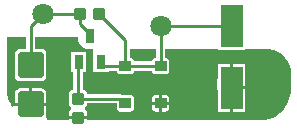
<source format=gbr>
G04*
G04 #@! TF.GenerationSoftware,Altium Limited,Altium Designer,25.8.1 (18)*
G04*
G04 Layer_Physical_Order=1*
G04 Layer_Color=255*
%FSLAX25Y25*%
%MOIN*%
G70*
G04*
G04 #@! TF.SameCoordinates,B1D4E9D2-DA07-4CAB-BB94-732616643687*
G04*
G04*
G04 #@! TF.FilePolarity,Positive*
G04*
G01*
G75*
%ADD14C,0.01000*%
%ADD15R,0.03150X0.04724*%
G04:AMPARAMS|DCode=16|XSize=37.4mil|YSize=35.43mil|CornerRadius=2.66mil|HoleSize=0mil|Usage=FLASHONLY|Rotation=0.000|XOffset=0mil|YOffset=0mil|HoleType=Round|Shape=RoundedRectangle|*
%AMROUNDEDRECTD16*
21,1,0.03740,0.03012,0,0,0.0*
21,1,0.03209,0.03543,0,0,0.0*
1,1,0.00532,0.01604,-0.01506*
1,1,0.00532,-0.01604,-0.01506*
1,1,0.00532,-0.01604,0.01506*
1,1,0.00532,0.01604,0.01506*
%
%ADD16ROUNDEDRECTD16*%
G04:AMPARAMS|DCode=17|XSize=39.37mil|YSize=37.4mil|CornerRadius=4.68mil|HoleSize=0mil|Usage=FLASHONLY|Rotation=90.000|XOffset=0mil|YOffset=0mil|HoleType=Round|Shape=RoundedRectangle|*
%AMROUNDEDRECTD17*
21,1,0.03937,0.02805,0,0,90.0*
21,1,0.03002,0.03740,0,0,90.0*
1,1,0.00935,0.01403,0.01501*
1,1,0.00935,0.01403,-0.01501*
1,1,0.00935,-0.01403,-0.01501*
1,1,0.00935,-0.01403,0.01501*
%
%ADD17ROUNDEDRECTD17*%
%ADD18R,0.07284X0.13976*%
G04:AMPARAMS|DCode=19|XSize=87.4mil|YSize=83.86mil|CornerRadius=6.29mil|HoleSize=0mil|Usage=FLASHONLY|Rotation=90.000|XOffset=0mil|YOffset=0mil|HoleType=Round|Shape=RoundedRectangle|*
%AMROUNDEDRECTD19*
21,1,0.08740,0.07128,0,0,90.0*
21,1,0.07482,0.08386,0,0,90.0*
1,1,0.01258,0.03564,0.03741*
1,1,0.01258,0.03564,-0.03741*
1,1,0.01258,-0.03564,-0.03741*
1,1,0.01258,-0.03564,0.03741*
%
%ADD19ROUNDEDRECTD19*%
G04:AMPARAMS|DCode=20|XSize=39.37mil|YSize=37.4mil|CornerRadius=4.68mil|HoleSize=0mil|Usage=FLASHONLY|Rotation=180.000|XOffset=0mil|YOffset=0mil|HoleType=Round|Shape=RoundedRectangle|*
%AMROUNDEDRECTD20*
21,1,0.03937,0.02805,0,0,180.0*
21,1,0.03002,0.03740,0,0,180.0*
1,1,0.00935,-0.01501,0.01403*
1,1,0.00935,0.01501,0.01403*
1,1,0.00935,0.01501,-0.01403*
1,1,0.00935,-0.01501,-0.01403*
%
%ADD20ROUNDEDRECTD20*%
%ADD28C,0.07087*%
G36*
X293746Y371202D02*
X293671D01*
X293177Y371104D01*
X292759Y370824D01*
X292479Y370405D01*
X292385Y369935D01*
X286355D01*
X286261Y370405D01*
X285981Y370824D01*
X285563Y371104D01*
X285069Y371202D01*
X284994D01*
Y374016D01*
X293746D01*
Y371202D01*
D02*
G37*
G36*
X267736Y377567D02*
X267886Y376810D01*
X268181Y376097D01*
X268610Y375455D01*
X269079Y374987D01*
Y374984D01*
X269081D01*
X269156Y374909D01*
X269798Y374481D01*
X270511Y374185D01*
X271268Y374035D01*
X271654Y374016D01*
X272743D01*
X272819Y373047D01*
X272819D01*
Y366323D01*
X277969D01*
Y366876D01*
X280574D01*
X280668Y366406D01*
X280948Y365987D01*
X281366Y365707D01*
X281860Y365609D01*
X285069D01*
X285563Y365707D01*
X285981Y365987D01*
X286261Y366406D01*
X286355Y366876D01*
X292385D01*
X292479Y366406D01*
X292759Y365987D01*
X293177Y365707D01*
X293671Y365609D01*
X296880D01*
X297374Y365707D01*
X297793Y365987D01*
X298072Y366406D01*
X298170Y366900D01*
Y369911D01*
X298072Y370405D01*
X297793Y370824D01*
X297374Y371104D01*
X296880Y371202D01*
X296805D01*
Y374016D01*
X314256D01*
Y373902D01*
X323539D01*
Y374016D01*
X331484D01*
X333005Y373713D01*
X334438Y373120D01*
X335728Y372258D01*
X336825Y371161D01*
X337686Y369871D01*
X338280Y368439D01*
X338583Y366917D01*
Y366142D01*
Y359409D01*
X338198Y357477D01*
X337445Y355657D01*
X336350Y354019D01*
X334957Y352626D01*
X333319Y351532D01*
X331500Y350778D01*
X329568Y350394D01*
X270714D01*
Y350681D01*
X267717D01*
X264719D01*
Y350394D01*
X257722D01*
X257452Y350732D01*
X257103Y351394D01*
X257193Y351849D01*
Y355091D01*
X251969D01*
X246398D01*
X245744Y354892D01*
X245233Y355657D01*
X244479Y357477D01*
X244094Y359409D01*
Y360394D01*
Y377953D01*
X250439D01*
Y374221D01*
X248405D01*
X247769Y374095D01*
X247230Y373734D01*
X246870Y373196D01*
X246744Y372560D01*
Y365078D01*
X246870Y364442D01*
X247230Y363903D01*
X247769Y363543D01*
X248405Y363417D01*
X255533D01*
X256168Y363543D01*
X256707Y363903D01*
X257067Y364442D01*
X257193Y365078D01*
Y372560D01*
X257067Y373196D01*
X256707Y373734D01*
X256168Y374095D01*
X255533Y374221D01*
X253498D01*
Y377953D01*
X267717D01*
X267736Y377567D01*
D02*
G37*
%LPC*%
G36*
X323539Y369209D02*
X319398D01*
Y361720D01*
X323539D01*
Y369209D01*
D02*
G37*
G36*
X296880Y358800D02*
X295776D01*
Y356504D01*
X298170D01*
Y357510D01*
X298072Y358004D01*
X297793Y358422D01*
X297374Y358702D01*
X296880Y358800D01*
D02*
G37*
G36*
X294776D02*
X293671D01*
X293177Y358702D01*
X292759Y358422D01*
X292479Y358004D01*
X292381Y357510D01*
Y356504D01*
X294776D01*
Y358800D01*
D02*
G37*
G36*
X255533Y360993D02*
X252468D01*
Y356091D01*
X257193D01*
Y359332D01*
X257067Y359967D01*
X256707Y360506D01*
X256168Y360866D01*
X255533Y360993D01*
D02*
G37*
G36*
X251468D02*
X248405D01*
X247769Y360866D01*
X247230Y360506D01*
X246870Y359967D01*
X246744Y359332D01*
Y356091D01*
X251468D01*
Y360993D01*
D02*
G37*
G36*
X323539Y360720D02*
X319398D01*
Y353232D01*
X323539D01*
Y360720D01*
D02*
G37*
G36*
X318398Y369209D02*
X314256D01*
Y364262D01*
X314219Y364075D01*
Y360728D01*
X314256Y360541D01*
Y353232D01*
X318398D01*
Y361221D01*
Y369209D01*
D02*
G37*
G36*
X298170Y355504D02*
X295776D01*
Y353207D01*
X296880D01*
X297374Y353306D01*
X297793Y353586D01*
X298072Y354004D01*
X298170Y354498D01*
Y355504D01*
D02*
G37*
G36*
X294776D02*
X292381D01*
Y354498D01*
X292479Y354004D01*
X292759Y353586D01*
X293177Y353306D01*
X293671Y353207D01*
X294776D01*
Y355504D01*
D02*
G37*
G36*
X270488Y373047D02*
X265339D01*
Y366323D01*
X266187D01*
Y360373D01*
X265643Y360265D01*
X265158Y359941D01*
X264833Y359455D01*
X264719Y358883D01*
Y356078D01*
X264833Y355505D01*
X265158Y355020D01*
X265357Y354886D01*
X265398Y354756D01*
Y353906D01*
X265357Y353775D01*
X265158Y353642D01*
X264833Y353156D01*
X264719Y352584D01*
Y351681D01*
X267717D01*
X270714D01*
Y352584D01*
X270600Y353156D01*
X270275Y353642D01*
X270076Y353775D01*
X270035Y353906D01*
Y354756D01*
X270076Y354886D01*
X270275Y355020D01*
X270600Y355505D01*
X270689Y355951D01*
X280570D01*
Y354498D01*
X280668Y354004D01*
X280948Y353586D01*
X281366Y353306D01*
X281860Y353207D01*
X285069D01*
X285563Y353306D01*
X285981Y353586D01*
X286261Y354004D01*
X286360Y354498D01*
Y357510D01*
X286261Y358004D01*
X285981Y358422D01*
X285563Y358702D01*
X285069Y358800D01*
X282614D01*
X282475Y358893D01*
X281890Y359010D01*
X270689D01*
X270600Y359455D01*
X270275Y359941D01*
X269790Y360265D01*
X269246Y360373D01*
Y366323D01*
X270488D01*
Y373047D01*
D02*
G37*
%LPD*%
D14*
X295276Y381890D02*
X318898D01*
X295276Y368406D02*
Y381890D01*
X276468Y368406D02*
X283465D01*
X275394Y369480D02*
X276468Y368406D01*
X275394Y369480D02*
Y369685D01*
X283465Y368406D02*
X295276D01*
X274803Y385728D02*
Y385827D01*
Y385728D02*
X283465Y377067D01*
Y368406D02*
Y377067D01*
X283366Y356004D02*
X283465D01*
X281890Y357480D02*
X283366Y356004D01*
X267717Y357480D02*
X281890D01*
X267717D02*
Y369488D01*
X267913Y369685D01*
X271654Y378346D02*
Y379134D01*
X268504Y382283D02*
X271654Y379134D01*
X268504Y382283D02*
Y385827D01*
X255906D02*
X268504D01*
X251969Y368819D02*
Y381890D01*
X255906Y385827D01*
X315748Y360728D02*
Y364075D01*
X251969Y355591D02*
X254409Y353150D01*
D15*
X275394Y369685D02*
D03*
X271654Y378346D02*
D03*
X267913Y369685D02*
D03*
D16*
X283465Y368406D02*
D03*
X295276D02*
D03*
Y356004D02*
D03*
X283465D02*
D03*
D17*
X274803Y385827D02*
D03*
X268504D02*
D03*
D18*
X318898Y381890D02*
D03*
Y361221D02*
D03*
D19*
X251969Y355591D02*
D03*
Y368819D02*
D03*
D20*
X267717Y357480D02*
D03*
Y351181D02*
D03*
D28*
X295276Y381890D02*
D03*
X255906Y385827D02*
D03*
M02*

</source>
